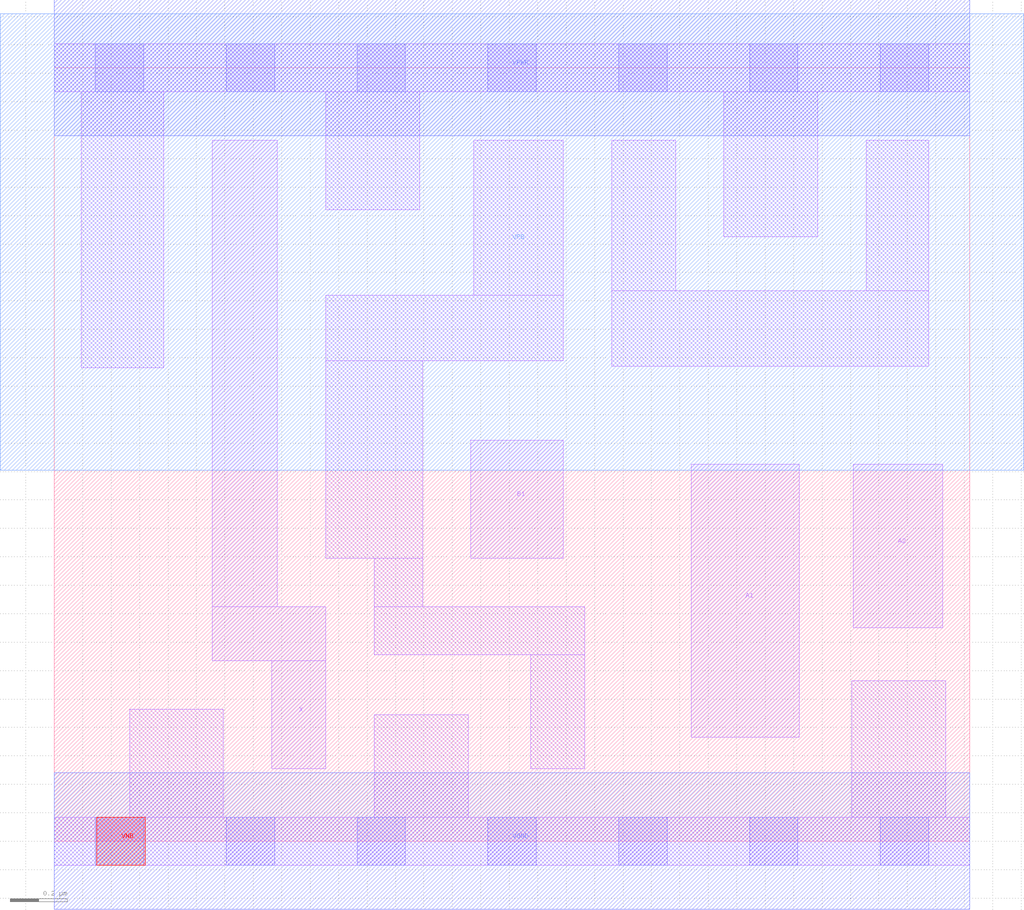
<source format=lef>
# Copyright 2020 The SkyWater PDK Authors
#
# Licensed under the Apache License, Version 2.0 (the "License");
# you may not use this file except in compliance with the License.
# You may obtain a copy of the License at
#
#     https://www.apache.org/licenses/LICENSE-2.0
#
# Unless required by applicable law or agreed to in writing, software
# distributed under the License is distributed on an "AS IS" BASIS,
# WITHOUT WARRANTIES OR CONDITIONS OF ANY KIND, either express or implied.
# See the License for the specific language governing permissions and
# limitations under the License.
#
# SPDX-License-Identifier: Apache-2.0

VERSION 5.7 ;
  NOWIREEXTENSIONATPIN ON ;
  DIVIDERCHAR "/" ;
  BUSBITCHARS "[]" ;
MACRO sky130_fd_sc_hd__a21o_2
  CLASS CORE ;
  FOREIGN sky130_fd_sc_hd__a21o_2 ;
  ORIGIN  0.000000  0.000000 ;
  SIZE  3.220000 BY  2.720000 ;
  SYMMETRY X Y R90 ;
  SITE unithd ;
  PIN A1
    ANTENNAGATEAREA  0.247500 ;
    DIRECTION INPUT ;
    USE SIGNAL ;
    PORT
      LAYER li1 ;
        RECT 2.240000 0.365000 2.620000 1.325000 ;
    END
  END A1
  PIN A2
    ANTENNAGATEAREA  0.247500 ;
    DIRECTION INPUT ;
    USE SIGNAL ;
    PORT
      LAYER li1 ;
        RECT 2.810000 0.750000 3.125000 1.325000 ;
    END
  END A2
  PIN B1
    ANTENNAGATEAREA  0.247500 ;
    DIRECTION INPUT ;
    USE SIGNAL ;
    PORT
      LAYER li1 ;
        RECT 1.465000 0.995000 1.790000 1.410000 ;
    END
  END B1
  PIN X
    ANTENNADIFFAREA  0.462000 ;
    DIRECTION OUTPUT ;
    USE SIGNAL ;
    PORT
      LAYER li1 ;
        RECT 0.555000 0.635000 0.955000 0.825000 ;
        RECT 0.555000 0.825000 0.785000 2.465000 ;
        RECT 0.765000 0.255000 0.955000 0.635000 ;
    END
  END X
  PIN VGND
    DIRECTION INOUT ;
    SHAPE ABUTMENT ;
    USE GROUND ;
    PORT
      LAYER met1 ;
        RECT 0.000000 -0.240000 3.220000 0.240000 ;
    END
  END VGND
  PIN VNB
    DIRECTION INOUT ;
    USE GROUND ;
    PORT
      LAYER pwell ;
        RECT 0.150000 -0.085000 0.320000 0.085000 ;
    END
  END VNB
  PIN VPB
    DIRECTION INOUT ;
    USE POWER ;
    PORT
      LAYER nwell ;
        RECT -0.190000 1.305000 3.410000 2.910000 ;
    END
  END VPB
  PIN VPWR
    DIRECTION INOUT ;
    SHAPE ABUTMENT ;
    USE POWER ;
    PORT
      LAYER met1 ;
        RECT 0.000000 2.480000 3.220000 2.960000 ;
    END
  END VPWR
  OBS
    LAYER li1 ;
      RECT 0.000000 -0.085000 3.220000 0.085000 ;
      RECT 0.000000  2.635000 3.220000 2.805000 ;
      RECT 0.095000  1.665000 0.385000 2.635000 ;
      RECT 0.265000  0.085000 0.595000 0.465000 ;
      RECT 0.955000  0.995000 1.295000 1.690000 ;
      RECT 0.955000  1.690000 1.790000 1.920000 ;
      RECT 0.955000  2.220000 1.285000 2.635000 ;
      RECT 1.125000  0.085000 1.455000 0.445000 ;
      RECT 1.125000  0.655000 1.865000 0.825000 ;
      RECT 1.125000  0.825000 1.295000 0.995000 ;
      RECT 1.475000  1.920000 1.790000 2.465000 ;
      RECT 1.675000  0.255000 1.865000 0.655000 ;
      RECT 1.960000  1.670000 3.075000 1.935000 ;
      RECT 1.960000  1.935000 2.185000 2.465000 ;
      RECT 2.355000  2.125000 2.685000 2.635000 ;
      RECT 2.805000  0.085000 3.135000 0.565000 ;
      RECT 2.855000  1.935000 3.075000 2.465000 ;
    LAYER mcon ;
      RECT 0.145000 -0.085000 0.315000 0.085000 ;
      RECT 0.145000  2.635000 0.315000 2.805000 ;
      RECT 0.605000 -0.085000 0.775000 0.085000 ;
      RECT 0.605000  2.635000 0.775000 2.805000 ;
      RECT 1.065000 -0.085000 1.235000 0.085000 ;
      RECT 1.065000  2.635000 1.235000 2.805000 ;
      RECT 1.525000 -0.085000 1.695000 0.085000 ;
      RECT 1.525000  2.635000 1.695000 2.805000 ;
      RECT 1.985000 -0.085000 2.155000 0.085000 ;
      RECT 1.985000  2.635000 2.155000 2.805000 ;
      RECT 2.445000 -0.085000 2.615000 0.085000 ;
      RECT 2.445000  2.635000 2.615000 2.805000 ;
      RECT 2.905000 -0.085000 3.075000 0.085000 ;
      RECT 2.905000  2.635000 3.075000 2.805000 ;
  END
END sky130_fd_sc_hd__a21o_2
END LIBRARY

</source>
